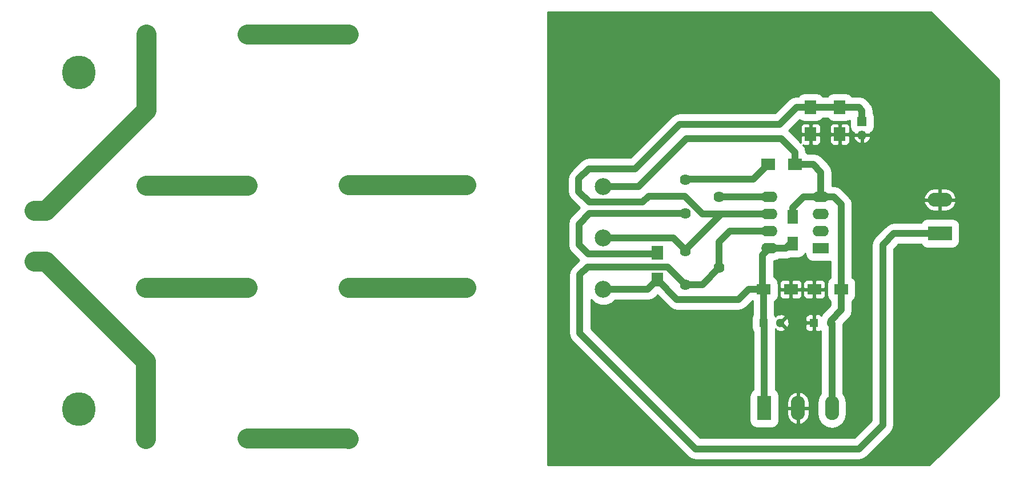
<source format=gbl>
G04 #@! TF.FileFunction,Copper,L2,Bot,Signal*
%FSLAX46Y46*%
G04 Gerber Fmt 4.6, Leading zero omitted, Abs format (unit mm)*
G04 Created by KiCad (PCBNEW 4.0.6) date 2017 August 08, Tuesday 08:31:32*
%MOMM*%
%LPD*%
G01*
G04 APERTURE LIST*
%ADD10C,0.100000*%
%ADD11R,2.100000X3.600000*%
%ADD12O,2.100000X3.600000*%
%ADD13R,2.400000X1.600000*%
%ADD14O,2.400000X1.600000*%
%ADD15R,1.350000X1.350000*%
%ADD16O,1.350000X1.350000*%
%ADD17R,2.000000X1.600000*%
%ADD18R,1.600000X2.000000*%
%ADD19R,1.700000X2.000000*%
%ADD20R,2.000000X1.700000*%
%ADD21R,3.600000X2.100000*%
%ADD22O,3.600000X2.100000*%
%ADD23C,2.400000*%
%ADD24O,2.400000X2.400000*%
%ADD25C,2.500000*%
%ADD26R,1.300000X1.300000*%
%ADD27C,1.300000*%
%ADD28C,5.000000*%
%ADD29C,2.000000*%
%ADD30C,1.620000*%
%ADD31C,1.000000*%
%ADD32C,3.000000*%
%ADD33C,0.254000*%
G04 APERTURE END LIST*
D10*
D11*
X201676000Y-125831600D03*
D12*
X206676000Y-125831600D03*
X211676000Y-125831600D03*
D13*
X210058000Y-102108000D03*
D14*
X202438000Y-94488000D03*
X210058000Y-99568000D03*
X202438000Y-97028000D03*
X210058000Y-97028000D03*
X202438000Y-99568000D03*
X210058000Y-94488000D03*
X202438000Y-102108000D03*
D15*
X216154000Y-83312000D03*
D16*
X216154000Y-85312000D03*
D17*
X201581000Y-108204000D03*
X205581000Y-108204000D03*
X209074000Y-108204000D03*
X213074000Y-108204000D03*
D18*
X205867000Y-97402900D03*
X205867000Y-101402900D03*
D19*
X208534000Y-85185000D03*
X208534000Y-81185000D03*
X185801000Y-106775000D03*
X185801000Y-102775000D03*
D20*
X202216000Y-89662000D03*
X206216000Y-89662000D03*
D19*
X212852000Y-85185000D03*
X212852000Y-81185000D03*
D21*
X227685600Y-99923600D03*
D22*
X227685600Y-94923600D03*
D23*
X109982000Y-107950000D03*
D24*
X109982000Y-130350000D03*
D23*
X110000000Y-92786200D03*
D24*
X110000000Y-70386200D03*
D23*
X125000000Y-130302000D03*
D24*
X125000000Y-107902000D03*
D23*
X125000000Y-70358000D03*
D24*
X125000000Y-92758000D03*
D23*
X140000000Y-107950000D03*
D24*
X140000000Y-130350000D03*
D23*
X140000000Y-92710000D03*
D24*
X140000000Y-70310000D03*
D25*
X93472000Y-104020000D03*
X93472000Y-96520000D03*
D26*
X201549000Y-113157000D03*
D27*
X204049000Y-113157000D03*
D26*
X209042000Y-113157000D03*
D27*
X211542000Y-113157000D03*
D28*
X230000000Y-75000000D03*
X230000000Y-126000000D03*
X100000000Y-126000000D03*
X100000000Y-76000000D03*
D29*
X157480000Y-108204000D03*
X157480000Y-92964000D03*
D25*
X177800000Y-108204000D03*
X177800000Y-100584000D03*
X177800000Y-92964000D03*
D30*
X189966600Y-91951800D03*
X194966600Y-94451800D03*
X189966600Y-96951800D03*
X189966600Y-102518200D03*
X194966600Y-105018200D03*
X189966600Y-107518200D03*
D31*
X201581000Y-108204000D02*
X199313800Y-108204000D01*
X188715900Y-109689900D02*
X185801000Y-106775000D01*
X197827900Y-109689900D02*
X188715900Y-109689900D01*
X199313800Y-108204000D02*
X197827900Y-109689900D01*
X177800000Y-108204000D02*
X184372000Y-108204000D01*
X184372000Y-108204000D02*
X185801000Y-106775000D01*
X205543400Y-101402900D02*
X204838300Y-102108000D01*
X204838300Y-102108000D02*
X202438000Y-102108000D01*
X201676000Y-125831600D02*
X201676000Y-113284000D01*
X201676000Y-113284000D02*
X201549000Y-113157000D01*
X201549000Y-113157000D02*
X201549000Y-108236000D01*
X201549000Y-108236000D02*
X201581000Y-108204000D01*
X201549000Y-108236000D02*
X201581000Y-108204000D01*
X201422000Y-108363000D02*
X201422000Y-103124000D01*
X201422000Y-103124000D02*
X202438000Y-102108000D01*
X209042000Y-108236000D02*
X209074000Y-108204000D01*
X213074000Y-108204000D02*
X213074000Y-95611700D01*
X211950300Y-94488000D02*
X210058000Y-94488000D01*
X213074000Y-95611700D02*
X211950300Y-94488000D01*
X205867000Y-97402900D02*
X205867000Y-96113600D01*
X205867000Y-96113600D02*
X207492600Y-94488000D01*
X207492600Y-94488000D02*
X210058000Y-94488000D01*
X206197200Y-89680800D02*
X206216000Y-89662000D01*
X213131400Y-108146600D02*
X213074000Y-108204000D01*
X211676000Y-125831600D02*
X211676000Y-113291000D01*
X211676000Y-113291000D02*
X211542000Y-113157000D01*
X211549000Y-113164000D02*
X211542000Y-113157000D01*
X211542000Y-113157000D02*
X211542000Y-112816000D01*
X211542000Y-112816000D02*
X213074000Y-111284000D01*
X213074000Y-111284000D02*
X213074000Y-108204000D01*
X210058000Y-94488000D02*
X210058000Y-90805000D01*
X208915000Y-89662000D02*
X206216000Y-89662000D01*
X210058000Y-90805000D02*
X208915000Y-89662000D01*
X177800000Y-92964000D02*
X183007000Y-92964000D01*
X183007000Y-92964000D02*
X190119000Y-85852000D01*
X190119000Y-85852000D02*
X204216000Y-85852000D01*
X204216000Y-85852000D02*
X206216000Y-87852000D01*
X206216000Y-87852000D02*
X206216000Y-89662000D01*
X206248000Y-89694000D02*
X206216000Y-89662000D01*
D32*
X110000000Y-70386200D02*
X110000000Y-81617600D01*
X110000000Y-81617600D02*
X95097600Y-96520000D01*
X95097600Y-96520000D02*
X93472000Y-96520000D01*
X109982000Y-130350000D02*
X109982000Y-118897400D01*
X109982000Y-118897400D02*
X95104600Y-104020000D01*
X95104600Y-104020000D02*
X93472000Y-104020000D01*
X109982000Y-107950000D02*
X124952000Y-107950000D01*
X124952000Y-107950000D02*
X125000000Y-107902000D01*
X125000000Y-92758000D02*
X110028200Y-92758000D01*
X110028200Y-92758000D02*
X110000000Y-92786200D01*
X125000000Y-130302000D02*
X139952000Y-130302000D01*
X139952000Y-130302000D02*
X140000000Y-130350000D01*
X140000000Y-70310000D02*
X125048000Y-70310000D01*
X125048000Y-70310000D02*
X125000000Y-70358000D01*
X157480000Y-107950000D02*
X140000000Y-107950000D01*
X157480000Y-92710000D02*
X140000000Y-92710000D01*
D31*
X189966600Y-96951800D02*
X175768000Y-96951800D01*
X175564800Y-102946200D02*
X185401200Y-102946200D01*
X174193200Y-101574600D02*
X175564800Y-102946200D01*
X174193200Y-98526600D02*
X174193200Y-101574600D01*
X175768000Y-96951800D02*
X174193200Y-98526600D01*
X185477400Y-103098600D02*
X185801000Y-102775000D01*
X189865000Y-91821000D02*
X200057000Y-91821000D01*
X200057000Y-91821000D02*
X202216000Y-89662000D01*
X194966600Y-94451800D02*
X202401800Y-94451800D01*
X202401800Y-94451800D02*
X202438000Y-94488000D01*
X184531000Y-94361000D02*
X189865000Y-94361000D01*
X183642000Y-95250000D02*
X184531000Y-94361000D01*
X175717200Y-95250000D02*
X183642000Y-95250000D01*
X174155100Y-93687900D02*
X175717200Y-95250000D01*
X174155100Y-91782900D02*
X174155100Y-93687900D01*
X175641000Y-90297000D02*
X174155100Y-91782900D01*
X182499000Y-90297000D02*
X175641000Y-90297000D01*
X189103000Y-83693000D02*
X182499000Y-90297000D01*
X192532000Y-97028000D02*
X195326000Y-97028000D01*
X189865000Y-94361000D02*
X192532000Y-97028000D01*
X195326000Y-97028000D02*
X189992000Y-102362000D01*
X188214000Y-100584000D02*
X189992000Y-102362000D01*
X202438000Y-97028000D02*
X195326000Y-97028000D01*
X203962000Y-83693000D02*
X189103000Y-83693000D01*
X208534000Y-81185000D02*
X206470000Y-81185000D01*
X206470000Y-81185000D02*
X203962000Y-83693000D01*
X208534000Y-81185000D02*
X212852000Y-81185000D01*
X216154000Y-83312000D02*
X216154000Y-81661000D01*
X215678000Y-81185000D02*
X212852000Y-81185000D01*
X216154000Y-81661000D02*
X215678000Y-81185000D01*
X177800000Y-100584000D02*
X188214000Y-100584000D01*
X202438000Y-99568000D02*
X196596000Y-99568000D01*
X194966600Y-101197400D02*
X194966600Y-105018200D01*
X196596000Y-99568000D02*
X194966600Y-101197400D01*
X227685600Y-99923600D02*
X220878400Y-99923600D01*
X187337700Y-104889300D02*
X189966600Y-107518200D01*
X175450500Y-104889300D02*
X187337700Y-104889300D01*
X174320200Y-106019600D02*
X175450500Y-104889300D01*
X174320200Y-114744500D02*
X174320200Y-106019600D01*
X191452500Y-131876800D02*
X174320200Y-114744500D01*
X215696800Y-131876800D02*
X191452500Y-131876800D01*
X219214700Y-128358900D02*
X215696800Y-131876800D01*
X219214700Y-101587300D02*
X219214700Y-128358900D01*
X220878400Y-99923600D02*
X219214700Y-101587300D01*
X189966600Y-107518200D02*
X192466600Y-107518200D01*
X192466600Y-107518200D02*
X194966600Y-105018200D01*
D33*
G36*
X236474000Y-77141606D02*
X236474000Y-124026394D01*
X227571869Y-132928525D01*
X226142260Y-134239000D01*
X169545000Y-134239000D01*
X169545000Y-91782900D01*
X172528100Y-91782900D01*
X172528100Y-93687900D01*
X172651948Y-94310526D01*
X173004637Y-94838363D01*
X174292574Y-96126300D01*
X173042737Y-97376137D01*
X172690048Y-97903974D01*
X172566200Y-98526600D01*
X172566200Y-101574600D01*
X172690048Y-102197226D01*
X173042737Y-102725063D01*
X174178274Y-103860600D01*
X173169737Y-104869137D01*
X172817048Y-105396974D01*
X172693200Y-106019600D01*
X172693200Y-114744500D01*
X172817048Y-115367126D01*
X173169737Y-115894963D01*
X190302037Y-133027263D01*
X190829874Y-133379952D01*
X191452500Y-133503800D01*
X215696800Y-133503800D01*
X216319426Y-133379952D01*
X216847263Y-133027263D01*
X220365163Y-129509363D01*
X220717852Y-128981526D01*
X220841700Y-128358900D01*
X220841700Y-102261226D01*
X221552326Y-101550600D01*
X224917650Y-101550600D01*
X225061931Y-101774819D01*
X225438544Y-102032148D01*
X225885600Y-102122679D01*
X229485600Y-102122679D01*
X229903241Y-102044094D01*
X230286819Y-101797269D01*
X230544148Y-101420656D01*
X230634679Y-100973600D01*
X230634679Y-98873600D01*
X230556094Y-98455959D01*
X230309269Y-98072381D01*
X229932656Y-97815052D01*
X229485600Y-97724521D01*
X225885600Y-97724521D01*
X225467959Y-97803106D01*
X225084381Y-98049931D01*
X224915839Y-98296600D01*
X220878400Y-98296600D01*
X220255774Y-98420448D01*
X219727937Y-98773137D01*
X218064237Y-100436837D01*
X217711548Y-100964674D01*
X217587700Y-101587300D01*
X217587700Y-127684974D01*
X215022874Y-130249800D01*
X192126426Y-130249800D01*
X175947200Y-114070574D01*
X175947200Y-109712486D01*
X176451780Y-110217947D01*
X177325111Y-110580586D01*
X178270740Y-110581412D01*
X179144703Y-110220297D01*
X179534680Y-109831000D01*
X184372000Y-109831000D01*
X184994626Y-109707152D01*
X185522463Y-109354463D01*
X185801000Y-109075926D01*
X187565437Y-110840363D01*
X188093274Y-111193052D01*
X188715900Y-111316900D01*
X197827900Y-111316900D01*
X198450526Y-111193052D01*
X198978363Y-110840363D01*
X199909520Y-109909206D01*
X199922000Y-109917733D01*
X199922000Y-111940595D01*
X199840452Y-112059944D01*
X199749921Y-112507000D01*
X199749921Y-113807000D01*
X199828506Y-114224641D01*
X200049000Y-114567299D01*
X200049000Y-123063650D01*
X199824781Y-123207931D01*
X199567452Y-123584544D01*
X199476921Y-124031600D01*
X199476921Y-127631600D01*
X199555506Y-128049241D01*
X199802331Y-128432819D01*
X200178944Y-128690148D01*
X200626000Y-128780679D01*
X202726000Y-128780679D01*
X203143641Y-128702094D01*
X203527219Y-128455269D01*
X203784548Y-128078656D01*
X203875079Y-127631600D01*
X203875079Y-125958600D01*
X204991000Y-125958600D01*
X204991000Y-126708600D01*
X205167864Y-127343754D01*
X205574328Y-127862877D01*
X206148511Y-128186937D01*
X206287721Y-128221254D01*
X206549000Y-128102557D01*
X206549000Y-125958600D01*
X206803000Y-125958600D01*
X206803000Y-128102557D01*
X207064279Y-128221254D01*
X207203489Y-128186937D01*
X207777672Y-127862877D01*
X208184136Y-127343754D01*
X208361000Y-126708600D01*
X208361000Y-125958600D01*
X206803000Y-125958600D01*
X206549000Y-125958600D01*
X204991000Y-125958600D01*
X203875079Y-125958600D01*
X203875079Y-124954600D01*
X204991000Y-124954600D01*
X204991000Y-125704600D01*
X206549000Y-125704600D01*
X206549000Y-123560643D01*
X206803000Y-123560643D01*
X206803000Y-125704600D01*
X208361000Y-125704600D01*
X208361000Y-124954600D01*
X208184136Y-124319446D01*
X207777672Y-123800323D01*
X207203489Y-123476263D01*
X207064279Y-123441946D01*
X206803000Y-123560643D01*
X206549000Y-123560643D01*
X206287721Y-123441946D01*
X206148511Y-123476263D01*
X205574328Y-123800323D01*
X205167864Y-124319446D01*
X204991000Y-124954600D01*
X203875079Y-124954600D01*
X203875079Y-124031600D01*
X203796494Y-123613959D01*
X203549669Y-123230381D01*
X203303000Y-123061839D01*
X203303000Y-114082608D01*
X203329590Y-114056018D01*
X203385271Y-114286611D01*
X203868078Y-114454622D01*
X204378428Y-114425083D01*
X204712729Y-114286611D01*
X204768410Y-114056016D01*
X204049000Y-113336605D01*
X204034858Y-113350748D01*
X203855252Y-113171142D01*
X203869395Y-113157000D01*
X204228605Y-113157000D01*
X204948016Y-113876410D01*
X205178611Y-113820729D01*
X205310143Y-113442750D01*
X207757000Y-113442750D01*
X207757000Y-113933310D01*
X207853673Y-114166699D01*
X208032302Y-114345327D01*
X208265691Y-114442000D01*
X208756250Y-114442000D01*
X208915000Y-114283250D01*
X208915000Y-113284000D01*
X207915750Y-113284000D01*
X207757000Y-113442750D01*
X205310143Y-113442750D01*
X205346622Y-113337922D01*
X205317083Y-112827572D01*
X205178611Y-112493271D01*
X204948016Y-112437590D01*
X204228605Y-113157000D01*
X203869395Y-113157000D01*
X203855252Y-113142858D01*
X204034858Y-112963252D01*
X204049000Y-112977395D01*
X204645704Y-112380690D01*
X207757000Y-112380690D01*
X207757000Y-112871250D01*
X207915750Y-113030000D01*
X208915000Y-113030000D01*
X208915000Y-112030750D01*
X208756250Y-111872000D01*
X208265691Y-111872000D01*
X208032302Y-111968673D01*
X207853673Y-112147301D01*
X207757000Y-112380690D01*
X204645704Y-112380690D01*
X204768410Y-112257984D01*
X204712729Y-112027389D01*
X204229922Y-111859378D01*
X203719572Y-111888917D01*
X203385271Y-112027389D01*
X203329590Y-112257982D01*
X203294648Y-112223040D01*
X203269494Y-112089359D01*
X203176000Y-111944065D01*
X203176000Y-109960367D01*
X203382219Y-109827669D01*
X203639548Y-109451056D01*
X203730079Y-109004000D01*
X203730079Y-108489750D01*
X203946000Y-108489750D01*
X203946000Y-109130310D01*
X204042673Y-109363699D01*
X204221302Y-109542327D01*
X204454691Y-109639000D01*
X205295250Y-109639000D01*
X205454000Y-109480250D01*
X205454000Y-108331000D01*
X205708000Y-108331000D01*
X205708000Y-109480250D01*
X205866750Y-109639000D01*
X206707309Y-109639000D01*
X206940698Y-109542327D01*
X207119327Y-109363699D01*
X207216000Y-109130310D01*
X207216000Y-108489750D01*
X207439000Y-108489750D01*
X207439000Y-109130310D01*
X207535673Y-109363699D01*
X207714302Y-109542327D01*
X207947691Y-109639000D01*
X208788250Y-109639000D01*
X208947000Y-109480250D01*
X208947000Y-108331000D01*
X209201000Y-108331000D01*
X209201000Y-109480250D01*
X209359750Y-109639000D01*
X210200309Y-109639000D01*
X210433698Y-109542327D01*
X210612327Y-109363699D01*
X210709000Y-109130310D01*
X210709000Y-108489750D01*
X210550250Y-108331000D01*
X209201000Y-108331000D01*
X208947000Y-108331000D01*
X207597750Y-108331000D01*
X207439000Y-108489750D01*
X207216000Y-108489750D01*
X207057250Y-108331000D01*
X205708000Y-108331000D01*
X205454000Y-108331000D01*
X204104750Y-108331000D01*
X203946000Y-108489750D01*
X203730079Y-108489750D01*
X203730079Y-107404000D01*
X203706313Y-107277690D01*
X203946000Y-107277690D01*
X203946000Y-107918250D01*
X204104750Y-108077000D01*
X205454000Y-108077000D01*
X205454000Y-106927750D01*
X205708000Y-106927750D01*
X205708000Y-108077000D01*
X207057250Y-108077000D01*
X207216000Y-107918250D01*
X207216000Y-107277690D01*
X207439000Y-107277690D01*
X207439000Y-107918250D01*
X207597750Y-108077000D01*
X208947000Y-108077000D01*
X208947000Y-106927750D01*
X209201000Y-106927750D01*
X209201000Y-108077000D01*
X210550250Y-108077000D01*
X210709000Y-107918250D01*
X210709000Y-107277690D01*
X210612327Y-107044301D01*
X210433698Y-106865673D01*
X210200309Y-106769000D01*
X209359750Y-106769000D01*
X209201000Y-106927750D01*
X208947000Y-106927750D01*
X208788250Y-106769000D01*
X207947691Y-106769000D01*
X207714302Y-106865673D01*
X207535673Y-107044301D01*
X207439000Y-107277690D01*
X207216000Y-107277690D01*
X207119327Y-107044301D01*
X206940698Y-106865673D01*
X206707309Y-106769000D01*
X205866750Y-106769000D01*
X205708000Y-106927750D01*
X205454000Y-106927750D01*
X205295250Y-106769000D01*
X204454691Y-106769000D01*
X204221302Y-106865673D01*
X204042673Y-107044301D01*
X203946000Y-107277690D01*
X203706313Y-107277690D01*
X203651494Y-106986359D01*
X203404669Y-106602781D01*
X203049000Y-106359762D01*
X203049000Y-104002098D01*
X203621020Y-103888316D01*
X203850474Y-103735000D01*
X204838300Y-103735000D01*
X205460926Y-103611152D01*
X205549485Y-103551979D01*
X206667000Y-103551979D01*
X207084641Y-103473394D01*
X207468219Y-103226569D01*
X207708921Y-102874290D01*
X207708921Y-102908000D01*
X207787506Y-103325641D01*
X208034331Y-103709219D01*
X208410944Y-103966548D01*
X208858000Y-104057079D01*
X211258000Y-104057079D01*
X211447000Y-104021516D01*
X211447000Y-106468224D01*
X211272781Y-106580331D01*
X211015452Y-106956944D01*
X210924921Y-107404000D01*
X210924921Y-109004000D01*
X211003506Y-109421641D01*
X211250331Y-109805219D01*
X211447000Y-109939597D01*
X211447000Y-110610074D01*
X210391537Y-111665537D01*
X210133998Y-112050972D01*
X210051698Y-111968673D01*
X209818309Y-111872000D01*
X209327750Y-111872000D01*
X209169000Y-112030750D01*
X209169000Y-113030000D01*
X209189000Y-113030000D01*
X209189000Y-113284000D01*
X209169000Y-113284000D01*
X209169000Y-114283250D01*
X209327750Y-114442000D01*
X209818309Y-114442000D01*
X210049000Y-114346445D01*
X210049000Y-123616032D01*
X209664714Y-124191155D01*
X209499000Y-125024257D01*
X209499000Y-126638943D01*
X209664714Y-127472045D01*
X210136629Y-128178314D01*
X210842898Y-128650229D01*
X211676000Y-128815943D01*
X212509102Y-128650229D01*
X213215371Y-128178314D01*
X213687286Y-127472045D01*
X213853000Y-126638943D01*
X213853000Y-125024257D01*
X213687286Y-124191155D01*
X213303000Y-123616032D01*
X213303000Y-113549804D01*
X213318690Y-113512018D01*
X213318840Y-113340086D01*
X214224463Y-112434463D01*
X214577152Y-111906626D01*
X214701000Y-111284000D01*
X214701000Y-109939776D01*
X214875219Y-109827669D01*
X215132548Y-109451056D01*
X215223079Y-109004000D01*
X215223079Y-107404000D01*
X215144494Y-106986359D01*
X214897669Y-106602781D01*
X214701000Y-106468403D01*
X214701000Y-95611705D01*
X214701001Y-95611700D01*
X214641363Y-95311879D01*
X225295946Y-95311879D01*
X225330263Y-95451089D01*
X225654323Y-96025272D01*
X226173446Y-96431736D01*
X226808600Y-96608600D01*
X227558600Y-96608600D01*
X227558600Y-95050600D01*
X227812600Y-95050600D01*
X227812600Y-96608600D01*
X228562600Y-96608600D01*
X229197754Y-96431736D01*
X229716877Y-96025272D01*
X230040937Y-95451089D01*
X230075254Y-95311879D01*
X229956557Y-95050600D01*
X227812600Y-95050600D01*
X227558600Y-95050600D01*
X225414643Y-95050600D01*
X225295946Y-95311879D01*
X214641363Y-95311879D01*
X214577152Y-94989074D01*
X214273965Y-94535321D01*
X225295946Y-94535321D01*
X225414643Y-94796600D01*
X227558600Y-94796600D01*
X227558600Y-93238600D01*
X227812600Y-93238600D01*
X227812600Y-94796600D01*
X229956557Y-94796600D01*
X230075254Y-94535321D01*
X230040937Y-94396111D01*
X229716877Y-93821928D01*
X229197754Y-93415464D01*
X228562600Y-93238600D01*
X227812600Y-93238600D01*
X227558600Y-93238600D01*
X226808600Y-93238600D01*
X226173446Y-93415464D01*
X225654323Y-93821928D01*
X225330263Y-94396111D01*
X225295946Y-94535321D01*
X214273965Y-94535321D01*
X214224463Y-94461237D01*
X213100763Y-93337537D01*
X212572926Y-92984848D01*
X211950300Y-92861000D01*
X211685000Y-92861000D01*
X211685000Y-90805000D01*
X211561152Y-90182374D01*
X211208463Y-89654537D01*
X210065463Y-88511537D01*
X209537626Y-88158848D01*
X208915000Y-88035000D01*
X208055253Y-88035000D01*
X208039669Y-88010781D01*
X207843000Y-87876403D01*
X207843000Y-87852000D01*
X207719152Y-87229374D01*
X207402729Y-86755813D01*
X207557690Y-86820000D01*
X208248250Y-86820000D01*
X208407000Y-86661250D01*
X208407000Y-85312000D01*
X208661000Y-85312000D01*
X208661000Y-86661250D01*
X208819750Y-86820000D01*
X209510310Y-86820000D01*
X209743699Y-86723327D01*
X209922327Y-86544698D01*
X210019000Y-86311309D01*
X210019000Y-85470750D01*
X211367000Y-85470750D01*
X211367000Y-86311309D01*
X211463673Y-86544698D01*
X211642301Y-86723327D01*
X211875690Y-86820000D01*
X212566250Y-86820000D01*
X212725000Y-86661250D01*
X212725000Y-85312000D01*
X212979000Y-85312000D01*
X212979000Y-86661250D01*
X213137750Y-86820000D01*
X213828310Y-86820000D01*
X214061699Y-86723327D01*
X214240327Y-86544698D01*
X214337000Y-86311309D01*
X214337000Y-85641400D01*
X214886090Y-85641400D01*
X215024522Y-85975633D01*
X215364460Y-86357349D01*
X215824598Y-86579920D01*
X216027000Y-86457090D01*
X216027000Y-85439000D01*
X216281000Y-85439000D01*
X216281000Y-86457090D01*
X216483402Y-86579920D01*
X216943540Y-86357349D01*
X217283478Y-85975633D01*
X217421910Y-85641400D01*
X217298224Y-85439000D01*
X216281000Y-85439000D01*
X216027000Y-85439000D01*
X215009776Y-85439000D01*
X214886090Y-85641400D01*
X214337000Y-85641400D01*
X214337000Y-85470750D01*
X214178250Y-85312000D01*
X212979000Y-85312000D01*
X212725000Y-85312000D01*
X211525750Y-85312000D01*
X211367000Y-85470750D01*
X210019000Y-85470750D01*
X209860250Y-85312000D01*
X208661000Y-85312000D01*
X208407000Y-85312000D01*
X207207750Y-85312000D01*
X207049000Y-85470750D01*
X207049000Y-86311309D01*
X207100453Y-86435527D01*
X205366463Y-84701537D01*
X205299279Y-84656646D01*
X205897234Y-84058691D01*
X207049000Y-84058691D01*
X207049000Y-84899250D01*
X207207750Y-85058000D01*
X208407000Y-85058000D01*
X208407000Y-83708750D01*
X208661000Y-83708750D01*
X208661000Y-85058000D01*
X209860250Y-85058000D01*
X210019000Y-84899250D01*
X210019000Y-84058691D01*
X211367000Y-84058691D01*
X211367000Y-84899250D01*
X211525750Y-85058000D01*
X212725000Y-85058000D01*
X212725000Y-83708750D01*
X212979000Y-83708750D01*
X212979000Y-85058000D01*
X214178250Y-85058000D01*
X214337000Y-84899250D01*
X214337000Y-84058691D01*
X214240327Y-83825302D01*
X214061699Y-83646673D01*
X213828310Y-83550000D01*
X213137750Y-83550000D01*
X212979000Y-83708750D01*
X212725000Y-83708750D01*
X212566250Y-83550000D01*
X211875690Y-83550000D01*
X211642301Y-83646673D01*
X211463673Y-83825302D01*
X211367000Y-84058691D01*
X210019000Y-84058691D01*
X209922327Y-83825302D01*
X209743699Y-83646673D01*
X209510310Y-83550000D01*
X208819750Y-83550000D01*
X208661000Y-83708750D01*
X208407000Y-83708750D01*
X208248250Y-83550000D01*
X207557690Y-83550000D01*
X207324301Y-83646673D01*
X207145673Y-83825302D01*
X207049000Y-84058691D01*
X205897234Y-84058691D01*
X206925309Y-83030616D01*
X207236944Y-83243548D01*
X207684000Y-83334079D01*
X209384000Y-83334079D01*
X209801641Y-83255494D01*
X210185219Y-83008669D01*
X210319597Y-82812000D01*
X211066224Y-82812000D01*
X211178331Y-82986219D01*
X211554944Y-83243548D01*
X212002000Y-83334079D01*
X213702000Y-83334079D01*
X214119641Y-83255494D01*
X214329921Y-83120183D01*
X214329921Y-83987000D01*
X214408506Y-84404641D01*
X214655331Y-84788219D01*
X214897941Y-84953987D01*
X214886090Y-84982600D01*
X215009776Y-85185000D01*
X216027000Y-85185000D01*
X216027000Y-85165000D01*
X216281000Y-85165000D01*
X216281000Y-85185000D01*
X217298224Y-85185000D01*
X217421910Y-84982600D01*
X217409520Y-84952685D01*
X217630219Y-84810669D01*
X217887548Y-84434056D01*
X217978079Y-83987000D01*
X217978079Y-82637000D01*
X217899494Y-82219359D01*
X217781000Y-82035214D01*
X217781000Y-81661005D01*
X217781001Y-81661000D01*
X217657152Y-81038374D01*
X217339099Y-80562374D01*
X217304463Y-80510537D01*
X217304460Y-80510535D01*
X216828463Y-80034537D01*
X216300626Y-79681848D01*
X215678000Y-79558000D01*
X214637776Y-79558000D01*
X214525669Y-79383781D01*
X214149056Y-79126452D01*
X213702000Y-79035921D01*
X212002000Y-79035921D01*
X211584359Y-79114506D01*
X211200781Y-79361331D01*
X211066403Y-79558000D01*
X210319776Y-79558000D01*
X210207669Y-79383781D01*
X209831056Y-79126452D01*
X209384000Y-79035921D01*
X207684000Y-79035921D01*
X207266359Y-79114506D01*
X206882781Y-79361331D01*
X206748403Y-79558000D01*
X206470005Y-79558000D01*
X206470000Y-79557999D01*
X205847374Y-79681848D01*
X205319537Y-80034537D01*
X205319535Y-80034540D01*
X203288074Y-82066000D01*
X189103000Y-82066000D01*
X188480374Y-82189848D01*
X187952537Y-82542537D01*
X187952535Y-82542540D01*
X181825074Y-88670000D01*
X175641000Y-88670000D01*
X175018374Y-88793848D01*
X174490537Y-89146537D01*
X173004637Y-90632437D01*
X172651948Y-91160274D01*
X172528100Y-91782900D01*
X169545000Y-91782900D01*
X169545000Y-67056000D01*
X226388394Y-67056000D01*
X236474000Y-77141606D01*
X236474000Y-77141606D01*
G37*
X236474000Y-77141606D02*
X236474000Y-124026394D01*
X227571869Y-132928525D01*
X226142260Y-134239000D01*
X169545000Y-134239000D01*
X169545000Y-91782900D01*
X172528100Y-91782900D01*
X172528100Y-93687900D01*
X172651948Y-94310526D01*
X173004637Y-94838363D01*
X174292574Y-96126300D01*
X173042737Y-97376137D01*
X172690048Y-97903974D01*
X172566200Y-98526600D01*
X172566200Y-101574600D01*
X172690048Y-102197226D01*
X173042737Y-102725063D01*
X174178274Y-103860600D01*
X173169737Y-104869137D01*
X172817048Y-105396974D01*
X172693200Y-106019600D01*
X172693200Y-114744500D01*
X172817048Y-115367126D01*
X173169737Y-115894963D01*
X190302037Y-133027263D01*
X190829874Y-133379952D01*
X191452500Y-133503800D01*
X215696800Y-133503800D01*
X216319426Y-133379952D01*
X216847263Y-133027263D01*
X220365163Y-129509363D01*
X220717852Y-128981526D01*
X220841700Y-128358900D01*
X220841700Y-102261226D01*
X221552326Y-101550600D01*
X224917650Y-101550600D01*
X225061931Y-101774819D01*
X225438544Y-102032148D01*
X225885600Y-102122679D01*
X229485600Y-102122679D01*
X229903241Y-102044094D01*
X230286819Y-101797269D01*
X230544148Y-101420656D01*
X230634679Y-100973600D01*
X230634679Y-98873600D01*
X230556094Y-98455959D01*
X230309269Y-98072381D01*
X229932656Y-97815052D01*
X229485600Y-97724521D01*
X225885600Y-97724521D01*
X225467959Y-97803106D01*
X225084381Y-98049931D01*
X224915839Y-98296600D01*
X220878400Y-98296600D01*
X220255774Y-98420448D01*
X219727937Y-98773137D01*
X218064237Y-100436837D01*
X217711548Y-100964674D01*
X217587700Y-101587300D01*
X217587700Y-127684974D01*
X215022874Y-130249800D01*
X192126426Y-130249800D01*
X175947200Y-114070574D01*
X175947200Y-109712486D01*
X176451780Y-110217947D01*
X177325111Y-110580586D01*
X178270740Y-110581412D01*
X179144703Y-110220297D01*
X179534680Y-109831000D01*
X184372000Y-109831000D01*
X184994626Y-109707152D01*
X185522463Y-109354463D01*
X185801000Y-109075926D01*
X187565437Y-110840363D01*
X188093274Y-111193052D01*
X188715900Y-111316900D01*
X197827900Y-111316900D01*
X198450526Y-111193052D01*
X198978363Y-110840363D01*
X199909520Y-109909206D01*
X199922000Y-109917733D01*
X199922000Y-111940595D01*
X199840452Y-112059944D01*
X199749921Y-112507000D01*
X199749921Y-113807000D01*
X199828506Y-114224641D01*
X200049000Y-114567299D01*
X200049000Y-123063650D01*
X199824781Y-123207931D01*
X199567452Y-123584544D01*
X199476921Y-124031600D01*
X199476921Y-127631600D01*
X199555506Y-128049241D01*
X199802331Y-128432819D01*
X200178944Y-128690148D01*
X200626000Y-128780679D01*
X202726000Y-128780679D01*
X203143641Y-128702094D01*
X203527219Y-128455269D01*
X203784548Y-128078656D01*
X203875079Y-127631600D01*
X203875079Y-125958600D01*
X204991000Y-125958600D01*
X204991000Y-126708600D01*
X205167864Y-127343754D01*
X205574328Y-127862877D01*
X206148511Y-128186937D01*
X206287721Y-128221254D01*
X206549000Y-128102557D01*
X206549000Y-125958600D01*
X206803000Y-125958600D01*
X206803000Y-128102557D01*
X207064279Y-128221254D01*
X207203489Y-128186937D01*
X207777672Y-127862877D01*
X208184136Y-127343754D01*
X208361000Y-126708600D01*
X208361000Y-125958600D01*
X206803000Y-125958600D01*
X206549000Y-125958600D01*
X204991000Y-125958600D01*
X203875079Y-125958600D01*
X203875079Y-124954600D01*
X204991000Y-124954600D01*
X204991000Y-125704600D01*
X206549000Y-125704600D01*
X206549000Y-123560643D01*
X206803000Y-123560643D01*
X206803000Y-125704600D01*
X208361000Y-125704600D01*
X208361000Y-124954600D01*
X208184136Y-124319446D01*
X207777672Y-123800323D01*
X207203489Y-123476263D01*
X207064279Y-123441946D01*
X206803000Y-123560643D01*
X206549000Y-123560643D01*
X206287721Y-123441946D01*
X206148511Y-123476263D01*
X205574328Y-123800323D01*
X205167864Y-124319446D01*
X204991000Y-124954600D01*
X203875079Y-124954600D01*
X203875079Y-124031600D01*
X203796494Y-123613959D01*
X203549669Y-123230381D01*
X203303000Y-123061839D01*
X203303000Y-114082608D01*
X203329590Y-114056018D01*
X203385271Y-114286611D01*
X203868078Y-114454622D01*
X204378428Y-114425083D01*
X204712729Y-114286611D01*
X204768410Y-114056016D01*
X204049000Y-113336605D01*
X204034858Y-113350748D01*
X203855252Y-113171142D01*
X203869395Y-113157000D01*
X204228605Y-113157000D01*
X204948016Y-113876410D01*
X205178611Y-113820729D01*
X205310143Y-113442750D01*
X207757000Y-113442750D01*
X207757000Y-113933310D01*
X207853673Y-114166699D01*
X208032302Y-114345327D01*
X208265691Y-114442000D01*
X208756250Y-114442000D01*
X208915000Y-114283250D01*
X208915000Y-113284000D01*
X207915750Y-113284000D01*
X207757000Y-113442750D01*
X205310143Y-113442750D01*
X205346622Y-113337922D01*
X205317083Y-112827572D01*
X205178611Y-112493271D01*
X204948016Y-112437590D01*
X204228605Y-113157000D01*
X203869395Y-113157000D01*
X203855252Y-113142858D01*
X204034858Y-112963252D01*
X204049000Y-112977395D01*
X204645704Y-112380690D01*
X207757000Y-112380690D01*
X207757000Y-112871250D01*
X207915750Y-113030000D01*
X208915000Y-113030000D01*
X208915000Y-112030750D01*
X208756250Y-111872000D01*
X208265691Y-111872000D01*
X208032302Y-111968673D01*
X207853673Y-112147301D01*
X207757000Y-112380690D01*
X204645704Y-112380690D01*
X204768410Y-112257984D01*
X204712729Y-112027389D01*
X204229922Y-111859378D01*
X203719572Y-111888917D01*
X203385271Y-112027389D01*
X203329590Y-112257982D01*
X203294648Y-112223040D01*
X203269494Y-112089359D01*
X203176000Y-111944065D01*
X203176000Y-109960367D01*
X203382219Y-109827669D01*
X203639548Y-109451056D01*
X203730079Y-109004000D01*
X203730079Y-108489750D01*
X203946000Y-108489750D01*
X203946000Y-109130310D01*
X204042673Y-109363699D01*
X204221302Y-109542327D01*
X204454691Y-109639000D01*
X205295250Y-109639000D01*
X205454000Y-109480250D01*
X205454000Y-108331000D01*
X205708000Y-108331000D01*
X205708000Y-109480250D01*
X205866750Y-109639000D01*
X206707309Y-109639000D01*
X206940698Y-109542327D01*
X207119327Y-109363699D01*
X207216000Y-109130310D01*
X207216000Y-108489750D01*
X207439000Y-108489750D01*
X207439000Y-109130310D01*
X207535673Y-109363699D01*
X207714302Y-109542327D01*
X207947691Y-109639000D01*
X208788250Y-109639000D01*
X208947000Y-109480250D01*
X208947000Y-108331000D01*
X209201000Y-108331000D01*
X209201000Y-109480250D01*
X209359750Y-109639000D01*
X210200309Y-109639000D01*
X210433698Y-109542327D01*
X210612327Y-109363699D01*
X210709000Y-109130310D01*
X210709000Y-108489750D01*
X210550250Y-108331000D01*
X209201000Y-108331000D01*
X208947000Y-108331000D01*
X207597750Y-108331000D01*
X207439000Y-108489750D01*
X207216000Y-108489750D01*
X207057250Y-108331000D01*
X205708000Y-108331000D01*
X205454000Y-108331000D01*
X204104750Y-108331000D01*
X203946000Y-108489750D01*
X203730079Y-108489750D01*
X203730079Y-107404000D01*
X203706313Y-107277690D01*
X203946000Y-107277690D01*
X203946000Y-107918250D01*
X204104750Y-108077000D01*
X205454000Y-108077000D01*
X205454000Y-106927750D01*
X205708000Y-106927750D01*
X205708000Y-108077000D01*
X207057250Y-108077000D01*
X207216000Y-107918250D01*
X207216000Y-107277690D01*
X207439000Y-107277690D01*
X207439000Y-107918250D01*
X207597750Y-108077000D01*
X208947000Y-108077000D01*
X208947000Y-106927750D01*
X209201000Y-106927750D01*
X209201000Y-108077000D01*
X210550250Y-108077000D01*
X210709000Y-107918250D01*
X210709000Y-107277690D01*
X210612327Y-107044301D01*
X210433698Y-106865673D01*
X210200309Y-106769000D01*
X209359750Y-106769000D01*
X209201000Y-106927750D01*
X208947000Y-106927750D01*
X208788250Y-106769000D01*
X207947691Y-106769000D01*
X207714302Y-106865673D01*
X207535673Y-107044301D01*
X207439000Y-107277690D01*
X207216000Y-107277690D01*
X207119327Y-107044301D01*
X206940698Y-106865673D01*
X206707309Y-106769000D01*
X205866750Y-106769000D01*
X205708000Y-106927750D01*
X205454000Y-106927750D01*
X205295250Y-106769000D01*
X204454691Y-106769000D01*
X204221302Y-106865673D01*
X204042673Y-107044301D01*
X203946000Y-107277690D01*
X203706313Y-107277690D01*
X203651494Y-106986359D01*
X203404669Y-106602781D01*
X203049000Y-106359762D01*
X203049000Y-104002098D01*
X203621020Y-103888316D01*
X203850474Y-103735000D01*
X204838300Y-103735000D01*
X205460926Y-103611152D01*
X205549485Y-103551979D01*
X206667000Y-103551979D01*
X207084641Y-103473394D01*
X207468219Y-103226569D01*
X207708921Y-102874290D01*
X207708921Y-102908000D01*
X207787506Y-103325641D01*
X208034331Y-103709219D01*
X208410944Y-103966548D01*
X208858000Y-104057079D01*
X211258000Y-104057079D01*
X211447000Y-104021516D01*
X211447000Y-106468224D01*
X211272781Y-106580331D01*
X211015452Y-106956944D01*
X210924921Y-107404000D01*
X210924921Y-109004000D01*
X211003506Y-109421641D01*
X211250331Y-109805219D01*
X211447000Y-109939597D01*
X211447000Y-110610074D01*
X210391537Y-111665537D01*
X210133998Y-112050972D01*
X210051698Y-111968673D01*
X209818309Y-111872000D01*
X209327750Y-111872000D01*
X209169000Y-112030750D01*
X209169000Y-113030000D01*
X209189000Y-113030000D01*
X209189000Y-113284000D01*
X209169000Y-113284000D01*
X209169000Y-114283250D01*
X209327750Y-114442000D01*
X209818309Y-114442000D01*
X210049000Y-114346445D01*
X210049000Y-123616032D01*
X209664714Y-124191155D01*
X209499000Y-125024257D01*
X209499000Y-126638943D01*
X209664714Y-127472045D01*
X210136629Y-128178314D01*
X210842898Y-128650229D01*
X211676000Y-128815943D01*
X212509102Y-128650229D01*
X213215371Y-128178314D01*
X213687286Y-127472045D01*
X213853000Y-126638943D01*
X213853000Y-125024257D01*
X213687286Y-124191155D01*
X213303000Y-123616032D01*
X213303000Y-113549804D01*
X213318690Y-113512018D01*
X213318840Y-113340086D01*
X214224463Y-112434463D01*
X214577152Y-111906626D01*
X214701000Y-111284000D01*
X214701000Y-109939776D01*
X214875219Y-109827669D01*
X215132548Y-109451056D01*
X215223079Y-109004000D01*
X215223079Y-107404000D01*
X215144494Y-106986359D01*
X214897669Y-106602781D01*
X214701000Y-106468403D01*
X214701000Y-95611705D01*
X214701001Y-95611700D01*
X214641363Y-95311879D01*
X225295946Y-95311879D01*
X225330263Y-95451089D01*
X225654323Y-96025272D01*
X226173446Y-96431736D01*
X226808600Y-96608600D01*
X227558600Y-96608600D01*
X227558600Y-95050600D01*
X227812600Y-95050600D01*
X227812600Y-96608600D01*
X228562600Y-96608600D01*
X229197754Y-96431736D01*
X229716877Y-96025272D01*
X230040937Y-95451089D01*
X230075254Y-95311879D01*
X229956557Y-95050600D01*
X227812600Y-95050600D01*
X227558600Y-95050600D01*
X225414643Y-95050600D01*
X225295946Y-95311879D01*
X214641363Y-95311879D01*
X214577152Y-94989074D01*
X214273965Y-94535321D01*
X225295946Y-94535321D01*
X225414643Y-94796600D01*
X227558600Y-94796600D01*
X227558600Y-93238600D01*
X227812600Y-93238600D01*
X227812600Y-94796600D01*
X229956557Y-94796600D01*
X230075254Y-94535321D01*
X230040937Y-94396111D01*
X229716877Y-93821928D01*
X229197754Y-93415464D01*
X228562600Y-93238600D01*
X227812600Y-93238600D01*
X227558600Y-93238600D01*
X226808600Y-93238600D01*
X226173446Y-93415464D01*
X225654323Y-93821928D01*
X225330263Y-94396111D01*
X225295946Y-94535321D01*
X214273965Y-94535321D01*
X214224463Y-94461237D01*
X213100763Y-93337537D01*
X212572926Y-92984848D01*
X211950300Y-92861000D01*
X211685000Y-92861000D01*
X211685000Y-90805000D01*
X211561152Y-90182374D01*
X211208463Y-89654537D01*
X210065463Y-88511537D01*
X209537626Y-88158848D01*
X208915000Y-88035000D01*
X208055253Y-88035000D01*
X208039669Y-88010781D01*
X207843000Y-87876403D01*
X207843000Y-87852000D01*
X207719152Y-87229374D01*
X207402729Y-86755813D01*
X207557690Y-86820000D01*
X208248250Y-86820000D01*
X208407000Y-86661250D01*
X208407000Y-85312000D01*
X208661000Y-85312000D01*
X208661000Y-86661250D01*
X208819750Y-86820000D01*
X209510310Y-86820000D01*
X209743699Y-86723327D01*
X209922327Y-86544698D01*
X210019000Y-86311309D01*
X210019000Y-85470750D01*
X211367000Y-85470750D01*
X211367000Y-86311309D01*
X211463673Y-86544698D01*
X211642301Y-86723327D01*
X211875690Y-86820000D01*
X212566250Y-86820000D01*
X212725000Y-86661250D01*
X212725000Y-85312000D01*
X212979000Y-85312000D01*
X212979000Y-86661250D01*
X213137750Y-86820000D01*
X213828310Y-86820000D01*
X214061699Y-86723327D01*
X214240327Y-86544698D01*
X214337000Y-86311309D01*
X214337000Y-85641400D01*
X214886090Y-85641400D01*
X215024522Y-85975633D01*
X215364460Y-86357349D01*
X215824598Y-86579920D01*
X216027000Y-86457090D01*
X216027000Y-85439000D01*
X216281000Y-85439000D01*
X216281000Y-86457090D01*
X216483402Y-86579920D01*
X216943540Y-86357349D01*
X217283478Y-85975633D01*
X217421910Y-85641400D01*
X217298224Y-85439000D01*
X216281000Y-85439000D01*
X216027000Y-85439000D01*
X215009776Y-85439000D01*
X214886090Y-85641400D01*
X214337000Y-85641400D01*
X214337000Y-85470750D01*
X214178250Y-85312000D01*
X212979000Y-85312000D01*
X212725000Y-85312000D01*
X211525750Y-85312000D01*
X211367000Y-85470750D01*
X210019000Y-85470750D01*
X209860250Y-85312000D01*
X208661000Y-85312000D01*
X208407000Y-85312000D01*
X207207750Y-85312000D01*
X207049000Y-85470750D01*
X207049000Y-86311309D01*
X207100453Y-86435527D01*
X205366463Y-84701537D01*
X205299279Y-84656646D01*
X205897234Y-84058691D01*
X207049000Y-84058691D01*
X207049000Y-84899250D01*
X207207750Y-85058000D01*
X208407000Y-85058000D01*
X208407000Y-83708750D01*
X208661000Y-83708750D01*
X208661000Y-85058000D01*
X209860250Y-85058000D01*
X210019000Y-84899250D01*
X210019000Y-84058691D01*
X211367000Y-84058691D01*
X211367000Y-84899250D01*
X211525750Y-85058000D01*
X212725000Y-85058000D01*
X212725000Y-83708750D01*
X212979000Y-83708750D01*
X212979000Y-85058000D01*
X214178250Y-85058000D01*
X214337000Y-84899250D01*
X214337000Y-84058691D01*
X214240327Y-83825302D01*
X214061699Y-83646673D01*
X213828310Y-83550000D01*
X213137750Y-83550000D01*
X212979000Y-83708750D01*
X212725000Y-83708750D01*
X212566250Y-83550000D01*
X211875690Y-83550000D01*
X211642301Y-83646673D01*
X211463673Y-83825302D01*
X211367000Y-84058691D01*
X210019000Y-84058691D01*
X209922327Y-83825302D01*
X209743699Y-83646673D01*
X209510310Y-83550000D01*
X208819750Y-83550000D01*
X208661000Y-83708750D01*
X208407000Y-83708750D01*
X208248250Y-83550000D01*
X207557690Y-83550000D01*
X207324301Y-83646673D01*
X207145673Y-83825302D01*
X207049000Y-84058691D01*
X205897234Y-84058691D01*
X206925309Y-83030616D01*
X207236944Y-83243548D01*
X207684000Y-83334079D01*
X209384000Y-83334079D01*
X209801641Y-83255494D01*
X210185219Y-83008669D01*
X210319597Y-82812000D01*
X211066224Y-82812000D01*
X211178331Y-82986219D01*
X211554944Y-83243548D01*
X212002000Y-83334079D01*
X213702000Y-83334079D01*
X214119641Y-83255494D01*
X214329921Y-83120183D01*
X214329921Y-83987000D01*
X214408506Y-84404641D01*
X214655331Y-84788219D01*
X214897941Y-84953987D01*
X214886090Y-84982600D01*
X215009776Y-85185000D01*
X216027000Y-85185000D01*
X216027000Y-85165000D01*
X216281000Y-85165000D01*
X216281000Y-85185000D01*
X217298224Y-85185000D01*
X217421910Y-84982600D01*
X217409520Y-84952685D01*
X217630219Y-84810669D01*
X217887548Y-84434056D01*
X217978079Y-83987000D01*
X217978079Y-82637000D01*
X217899494Y-82219359D01*
X217781000Y-82035214D01*
X217781000Y-81661005D01*
X217781001Y-81661000D01*
X217657152Y-81038374D01*
X217339099Y-80562374D01*
X217304463Y-80510537D01*
X217304460Y-80510535D01*
X216828463Y-80034537D01*
X216300626Y-79681848D01*
X215678000Y-79558000D01*
X214637776Y-79558000D01*
X214525669Y-79383781D01*
X214149056Y-79126452D01*
X213702000Y-79035921D01*
X212002000Y-79035921D01*
X211584359Y-79114506D01*
X211200781Y-79361331D01*
X211066403Y-79558000D01*
X210319776Y-79558000D01*
X210207669Y-79383781D01*
X209831056Y-79126452D01*
X209384000Y-79035921D01*
X207684000Y-79035921D01*
X207266359Y-79114506D01*
X206882781Y-79361331D01*
X206748403Y-79558000D01*
X206470005Y-79558000D01*
X206470000Y-79557999D01*
X205847374Y-79681848D01*
X205319537Y-80034537D01*
X205319535Y-80034540D01*
X203288074Y-82066000D01*
X189103000Y-82066000D01*
X188480374Y-82189848D01*
X187952537Y-82542537D01*
X187952535Y-82542540D01*
X181825074Y-88670000D01*
X175641000Y-88670000D01*
X175018374Y-88793848D01*
X174490537Y-89146537D01*
X173004637Y-90632437D01*
X172651948Y-91160274D01*
X172528100Y-91782900D01*
X169545000Y-91782900D01*
X169545000Y-67056000D01*
X226388394Y-67056000D01*
X236474000Y-77141606D01*
M02*

</source>
